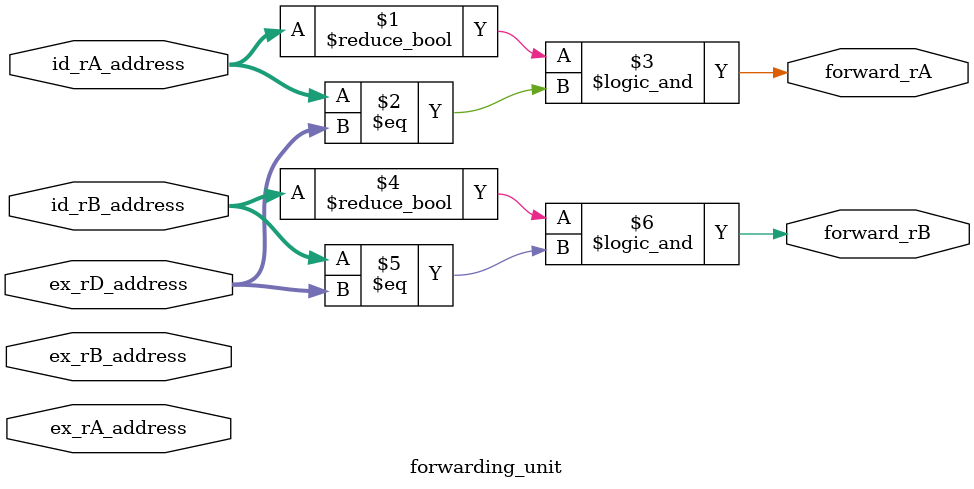
<source format=v>
module forwarding_unit(
  input [0:4] id_rA_address,
  input [0:4] id_rB_address,
  input [0:4] ex_rA_address,
  input [0:4] ex_rB_address,
  input [0:4] ex_rD_address,
  output forward_rA,
  output forward_rB
);

  assign forward_rA = (id_rA_address != 0 && id_rA_address == ex_rD_address);
  assign forward_rB = (id_rB_address != 0 && id_rB_address == ex_rD_address);

endmodule
</source>
